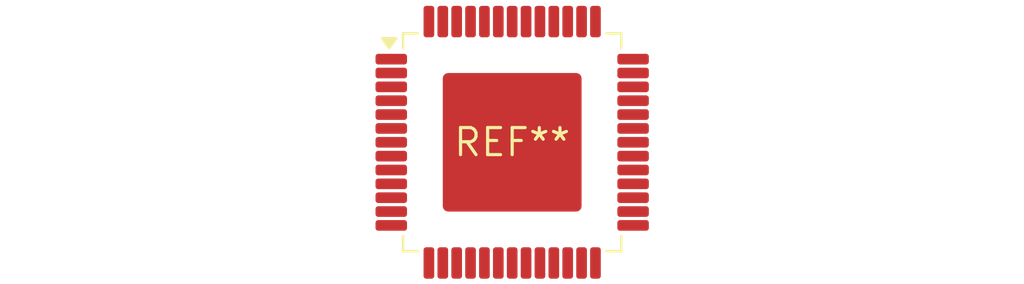
<source format=kicad_pcb>
(kicad_pcb (version 20240108) (generator pcbnew)
  (layers (0 "F.Cu" signal) (31 "B.Cu" signal) (34 "B.Paste" user) (35 "F.Paste" user) (36 "B.SilkS" user "B.Silkscreen") (37 "F.SilkS" user "F.Silkscreen") (38 "B.Mask" user) (39 "F.Mask" user) (44 "Edge.Cuts" user))
  (net 0 "")
  (footprint "TQFP-52-1EP_10x10mm_P0.65mm_EP6.5x6.5mm" (layer "F.Cu") (at 0 0)
    (property "Reference" "REF**")
    (property "Value" "TQFP-52-1EP_10x10mm_P0.65mm_EP6.5x6.5mm")
    (fp_line (start -5.11 -5.11) (end -5.11 -4.41) (layer "F.SilkS") (stroke (width 0.12)))
    (fp_line (start -5.11 5.11) (end -5.11 4.41) (layer "F.SilkS") (stroke (width 0.12)))
    (fp_line (start -4.41 -5.11) (end -5.11 -5.11) (layer "F.SilkS") (stroke (width 0.12)))
    (fp_line (start -4.41 5.11) (end -5.11 5.11) (layer "F.SilkS") (stroke (width 0.12)))
    (fp_line (start 4.41 -5.11) (end 5.11 -5.11) (layer "F.SilkS") (stroke (width 0.12)))
    (fp_line (start 4.41 5.11) (end 5.11 5.11) (layer "F.SilkS") (stroke (width 0.12)))
    (fp_line (start 5.11 -5.11) (end 5.11 -4.41) (layer "F.SilkS") (stroke (width 0.12)))
    (fp_line (start 5.11 5.11) (end 5.11 4.41) (layer "F.SilkS") (stroke (width 0.12)))
    (fp_poly (pts (xy -5.76 -4.41) (xy -6.1 -4.88) (xy -5.42 -4.88) (xy -5.76 -4.41)) (layer "F.SilkS") (stroke (width 0.12)) (fill solid))
    (pad "1" smd roundrect (at -5.6625 -3.9) (size 1.475 0.5) (layers "F.Cu" "F.Paste" "F.Mask"))
    (pad "2" smd roundrect (at -5.6625 -3.25) (size 1.475 0.5) (layers "F.Cu" "F.Paste" "F.Mask"))
    (pad "3" smd roundrect (at -5.6625 -2.6) (size 1.475 0.5) (layers "F.Cu" "F.Paste" "F.Mask"))
    (pad "4" smd roundrect (at -5.6625 -1.95) (size 1.475 0.5) (layers "F.Cu" "F.Paste" "F.Mask"))
    (pad "5" smd roundrect (at -5.6625 -1.3) (size 1.475 0.5) (layers "F.Cu" "F.Paste" "F.Mask"))
    (pad "6" smd roundrect (at -5.6625 -0.65) (size 1.475 0.5) (layers "F.Cu" "F.Paste" "F.Mask"))
    (pad "7" smd roundrect (at -5.6625 0) (size 1.475 0.5) (layers "F.Cu" "F.Paste" "F.Mask"))
    (pad "8" smd roundrect (at -5.6625 0.65) (size 1.475 0.5) (layers "F.Cu" "F.Paste" "F.Mask"))
    (pad "9" smd roundrect (at -5.6625 1.3) (size 1.475 0.5) (layers "F.Cu" "F.Paste" "F.Mask"))
    (pad "10" smd roundrect (at -5.6625 1.95) (size 1.475 0.5) (layers "F.Cu" "F.Paste" "F.Mask"))
    (pad "11" smd roundrect (at -5.6625 2.6) (size 1.475 0.5) (layers "F.Cu" "F.Paste" "F.Mask"))
    (pad "12" smd roundrect (at -5.6625 3.25) (size 1.475 0.5) (layers "F.Cu" "F.Paste" "F.Mask"))
    (pad "13" smd roundrect (at -5.6625 3.9) (size 1.475 0.5) (layers "F.Cu" "F.Paste" "F.Mask"))
    (pad "14" smd roundrect (at -3.9 5.6625) (size 0.5 1.475) (layers "F.Cu" "F.Paste" "F.Mask"))
    (pad "15" smd roundrect (at -3.25 5.6625) (size 0.5 1.475) (layers "F.Cu" "F.Paste" "F.Mask"))
    (pad "16" smd roundrect (at -2.6 5.6625) (size 0.5 1.475) (layers "F.Cu" "F.Paste" "F.Mask"))
    (pad "17" smd roundrect (at -1.95 5.6625) (size 0.5 1.475) (layers "F.Cu" "F.Paste" "F.Mask"))
    (pad "18" smd roundrect (at -1.3 5.6625) (size 0.5 1.475) (layers "F.Cu" "F.Paste" "F.Mask"))
    (pad "19" smd roundrect (at -0.65 5.6625) (size 0.5 1.475) (layers "F.Cu" "F.Paste" "F.Mask"))
    (pad "20" smd roundrect (at 0 5.6625) (size 0.5 1.475) (layers "F.Cu" "F.Paste" "F.Mask"))
    (pad "21" smd roundrect (at 0.65 5.6625) (size 0.5 1.475) (layers "F.Cu" "F.Paste" "F.Mask"))
    (pad "22" smd roundrect (at 1.3 5.6625) (size 0.5 1.475) (layers "F.Cu" "F.Paste" "F.Mask"))
    (pad "23" smd roundrect (at 1.95 5.6625) (size 0.5 1.475) (layers "F.Cu" "F.Paste" "F.Mask"))
    (pad "24" smd roundrect (at 2.6 5.6625) (size 0.5 1.475) (layers "F.Cu" "F.Paste" "F.Mask"))
    (pad "25" smd roundrect (at 3.25 5.6625) (size 0.5 1.475) (layers "F.Cu" "F.Paste" "F.Mask"))
    (pad "26" smd roundrect (at 3.9 5.6625) (size 0.5 1.475) (layers "F.Cu" "F.Paste" "F.Mask"))
    (pad "27" smd roundrect (at 5.6625 3.9) (size 1.475 0.5) (layers "F.Cu" "F.Paste" "F.Mask"))
    (pad "28" smd roundrect (at 5.6625 3.25) (size 1.475 0.5) (layers "F.Cu" "F.Paste" "F.Mask"))
    (pad "29" smd roundrect (at 5.6625 2.6) (size 1.475 0.5) (layers "F.Cu" "F.Paste" "F.Mask"))
    (pad "30" smd roundrect (at 5.6625 1.95) (size 1.475 0.5) (layers "F.Cu" "F.Paste" "F.Mask"))
    (pad "31" smd roundrect (at 5.6625 1.3) (size 1.475 0.5) (layers "F.Cu" "F.Paste" "F.Mask"))
    (pad "32" smd roundrect (at 5.6625 0.65) (size 1.475 0.5) (layers "F.Cu" "F.Paste" "F.Mask"))
    (pad "33" smd roundrect (at 5.6625 0) (size 1.475 0.5) (layers "F.Cu" "F.Paste" "F.Mask"))
    (pad "34" smd roundrect (at 5.6625 -0.65) (size 1.475 0.5) (layers "F.Cu" "F.Paste" "F.Mask"))
    (pad "35" smd roundrect (at 5.6625 -1.3) (size 1.475 0.5) (layers "F.Cu" "F.Paste" "F.Mask"))
    (pad "36" smd roundrect (at 5.6625 -1.95) (size 1.475 0.5) (layers "F.Cu" "F.Paste" "F.Mask"))
    (pad "37" smd roundrect (at 5.6625 -2.6) (size 1.475 0.5) (layers "F.Cu" "F.Paste" "F.Mask"))
    (pad "38" smd roundrect (at 5.6625 -3.25) (size 1.475 0.5) (layers "F.Cu" "F.Paste" "F.Mask"))
    (pad "39" smd roundrect (at 5.6625 -3.9) (size 1.475 0.5) (layers "F.Cu" "F.Paste" "F.Mask"))
    (pad "40" smd roundrect (at 3.9 -5.6625) (size 0.5 1.475) (layers "F.Cu" "F.Paste" "F.Mask"))
    (pad "41" smd roundrect (at 3.25 -5.6625) (size 0.5 1.475) (layers "F.Cu" "F.Paste" "F.Mask"))
    (pad "42" smd roundrect (at 2.6 -5.6625) (size 0.5 1.475) (layers "F.Cu" "F.Paste" "F.Mask"))
    (pad "43" smd roundrect (at 1.95 -5.6625) (size 0.5 1.475) (layers "F.Cu" "F.Paste" "F.Mask"))
    (pad "44" smd roundrect (at 1.3 -5.6625) (size 0.5 1.475) (layers "F.Cu" "F.Paste" "F.Mask"))
    (pad "45" smd roundrect (at 0.65 -5.6625) (size 0.5 1.475) (layers "F.Cu" "F.Paste" "F.Mask"))
    (pad "46" smd roundrect (at 0 -5.6625) (size 0.5 1.475) (layers "F.Cu" "F.Paste" "F.Mask"))
    (pad "47" smd roundrect (at -0.65 -5.6625) (size 0.5 1.475) (layers "F.Cu" "F.Paste" "F.Mask"))
    (pad "48" smd roundrect (at -1.3 -5.6625) (size 0.5 1.475) (layers "F.Cu" "F.Paste" "F.Mask"))
    (pad "49" smd roundrect (at -1.95 -5.6625) (size 0.5 1.475) (layers "F.Cu" "F.Paste" "F.Mask"))
    (pad "50" smd roundrect (at -2.6 -5.6625) (size 0.5 1.475) (layers "F.Cu" "F.Paste" "F.Mask"))
    (pad "51" smd roundrect (at -3.25 -5.6625) (size 0.5 1.475) (layers "F.Cu" "F.Paste" "F.Mask"))
    (pad "52" smd roundrect (at -3.9 -5.6625) (size 0.5 1.475) (layers "F.Cu" "F.Paste" "F.Mask"))
    (pad "53" smd roundrect (at 0 0) (size 6.5 6.5) (layers "F.Cu" "F.Mask") (roundrect_rratio 0.038462))
  )
)
</source>
